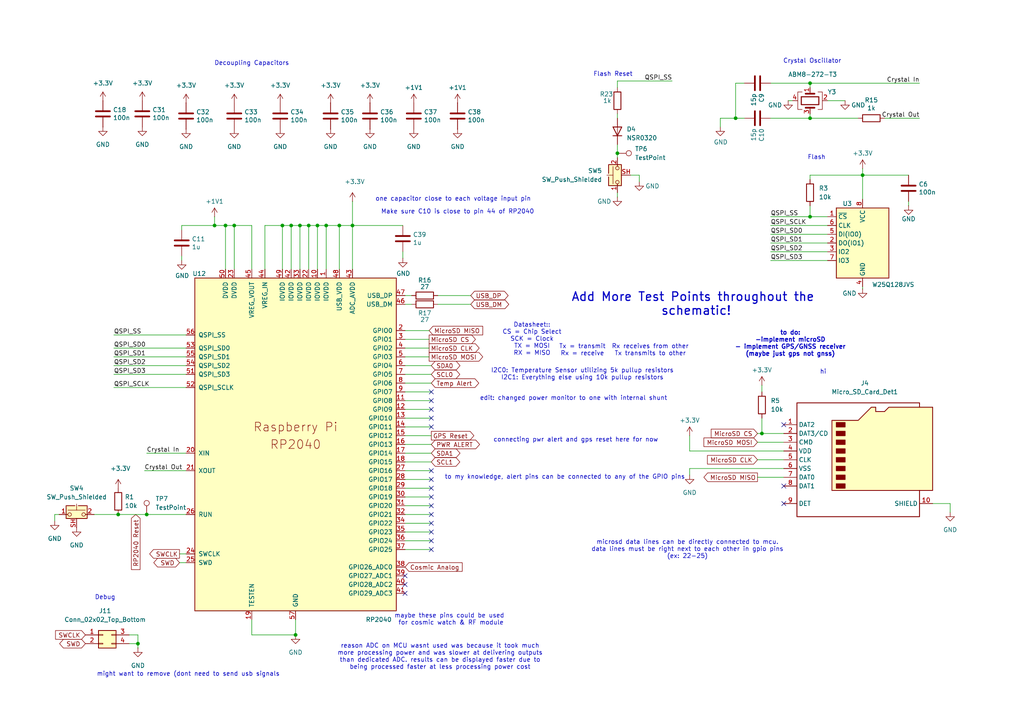
<source format=kicad_sch>
(kicad_sch (version 20250114) (generator "eeschema") (generator_version "9.0")
  (paper "A4")
  (lib_symbols
    (symbol "Connector:Micro_SD_Card_Det1"
      (property "Reference" "J" (at -16.51 17.78 0))
      (property "Value" "Micro_SD_Card_Det1" (at 16.51 17.78 0))
      (symbol "Micro_SD_Card_Det1_0_1"
        (polyline (pts (xy -8.89 -8.89) (xy -8.89 11.43) (xy -1.27 11.43) (xy 2.54 15.24) (xy 3.81 15.24) (xy 3.81 13.97) (xy 6.35 13.97) (xy 7.62 15.24) (xy 20.32 15.24) (xy 20.32 -8.89) (xy -8.89 -8.89)) (stroke (width 0.254)) (fill (type background)))
        (rectangle (start -7.62 10.795) (end -5.08 9.525) (stroke (width 0.254)) (fill (type outline)))
        (rectangle (start -7.62 8.255) (end -5.08 6.985) (stroke (width 0.254)) (fill (type outline)))
        (rectangle (start -7.62 5.715) (end -5.08 4.445) (stroke (width 0.254)) (fill (type outline)))
        (rectangle (start -7.62 3.175) (end -5.08 1.905) (stroke (width 0.254)) (fill (type outline)))
        (rectangle (start -7.62 0.635) (end -5.08 -0.635) (stroke (width 0.254)) (fill (type outline)))
        (rectangle (start -7.62 -1.905) (end -5.08 -3.175) (stroke (width 0.254)) (fill (type outline)))
        (rectangle (start -7.62 -4.445) (end -5.08 -5.715) (stroke (width 0.254)) (fill (type outline)))
        (rectangle (start -7.62 -6.985) (end -5.08 -8.255) (stroke (width 0.254)) (fill (type outline)))
        (polyline (pts (xy 16.51 15.24) (xy 16.51 16.51) (xy -19.05 16.51) (xy -19.05 -16.51) (xy 16.51 -16.51) (xy 16.51 -8.89)) (stroke (width 0.254)))
      )
      (symbol "Micro_SD_Card_Det1_1_1"
        (pin bidirectional line (at -22.86 10.16 0) (length 3.81) (name "DAT2") (number "1"))
        (pin bidirectional line (at -22.86 7.62 0) (length 3.81) (name "DAT3/CD") (number "2"))
        (pin input line (at -22.86 5.08 0) (length 3.81) (name "CMD") (number "3"))
        (pin power_in line (at -22.86 2.54 0) (length 3.81) (name "VDD") (number "4"))
        (pin input line (at -22.86 0 0) (length 3.81) (name "CLK") (number "5"))
        (pin power_in line (at -22.86 -2.54 0) (length 3.81) (name "VSS") (number "6"))
        (pin bidirectional line (at -22.86 -5.08 0) (length 3.81) (name "DAT0") (number "7"))
        (pin bidirectional line (at -22.86 -7.62 0) (length 3.81) (name "DAT1") (number "8"))
        (pin passive line (at -22.86 -12.7 0) (length 3.81) (name "DET") (number "9"))
        (pin passive line (at 20.32 -12.7 180) (length 3.81) (name "SHIELD") (number "10"))
      )
    )
    (symbol "Connector:TestPoint" (pin_numbers (hide yes)) (pin_names (offset 0.762) (hide yes))
      (property "Reference" "TP" (at 0 6.858 0))
      (property "Value" "TestPoint" (at 0 5.08 0))
      (symbol "TestPoint_0_1"
        (circle (center 0 3.302) (radius 0.762))
      )
      (symbol "TestPoint_1_1"
        (pin passive line (at 0 0 90) (length 2.54) (name "1") (number "1"))
      )
    )
    (symbol "Connector_Generic:Conn_02x02_Top_Bottom" (pin_names (offset 1.016) (hide yes))
      (property "Reference" "J" (at 1.27 2.54 0))
      (property "Value" "Conn_02x02_Top_Bottom" (at 1.27 -5.08 0))
      (symbol "Conn_02x02_Top_Bottom_1_1"
        (rectangle (start -1.27 1.27) (end 3.81 -3.81) (stroke (width 0.254)) (fill (type background)))
        (rectangle (start -1.27 0.127) (end 0 -0.127) (stroke (width 0.1524)))
        (rectangle (start -1.27 -2.413) (end 0 -2.667) (stroke (width 0.1524)))
        (rectangle (start 3.81 0.127) (end 2.54 -0.127) (stroke (width 0.1524)))
        (rectangle (start 3.81 -2.413) (end 2.54 -2.667) (stroke (width 0.1524)))
        (pin passive line (at -5.08 0 0) (length 3.81) (name "Pin_1") (number "1"))
        (pin passive line (at -5.08 -2.54 0) (length 3.81) (name "Pin_2") (number "2"))
        (pin passive line (at 7.62 0 180) (length 3.81) (name "Pin_3") (number "3"))
        (pin passive line (at 7.62 -2.54 180) (length 3.81) (name "Pin_4") (number "4"))
      )
    )
    (symbol "Device:C" (pin_numbers (hide yes)) (pin_names (offset 0.254))
      (property "Reference" "C" (at 0.635 2.54 0))
      (property "Value" "C" (at 0.635 -2.54 0))
      (symbol "C_0_1"
        (polyline (pts (xy -2.032 0.762) (xy 2.032 0.762)) (stroke (width 0.508)))
        (polyline (pts (xy -2.032 -0.762) (xy 2.032 -0.762)) (stroke (width 0.508)))
      )
      (symbol "C_1_1"
        (pin passive line (at 0 3.81 270) (length 2.794) (name "~") (number "1"))
        (pin passive line (at 0 -3.81 90) (length 2.794) (name "~") (number "2"))
      )
    )
    (symbol "Device:Crystal_GND24" (pin_names (offset 1.016) (hide yes))
      (property "Reference" "Y" (at 3.175 5.08 0))
      (property "Value" "Crystal_GND24" (at 3.175 3.175 0))
      (symbol "Crystal_GND24_0_1"
        (polyline (pts (xy -2.54 2.286) (xy -2.54 3.556) (xy 2.54 3.556) (xy 2.54 2.286)))
        (polyline (pts (xy -2.54 0) (xy -2.032 0)))
        (polyline (pts (xy -2.54 -2.286) (xy -2.54 -3.556) (xy 2.54 -3.556) (xy 2.54 -2.286)))
        (polyline (pts (xy -2.032 -1.27) (xy -2.032 1.27)) (stroke (width 0.508)))
        (rectangle (start -1.143 2.54) (end 1.143 -2.54) (stroke (width 0.3048)))
        (polyline (pts (xy 0 3.556) (xy 0 3.81)))
        (polyline (pts (xy 0 -3.81) (xy 0 -3.556)))
        (polyline (pts (xy 2.032 0) (xy 2.54 0)))
        (polyline (pts (xy 2.032 -1.27) (xy 2.032 1.27)) (stroke (width 0.508)))
      )
      (symbol "Crystal_GND24_1_1"
        (pin passive line (at -3.81 0 0) (length 1.27) (name "1") (number "1"))
        (pin passive line (at 0 5.08 270) (length 1.27) (name "2") (number "2"))
        (pin passive line (at 0 -5.08 90) (length 1.27) (name "4") (number "4"))
        (pin passive line (at 3.81 0 180) (length 1.27) (name "3") (number "3"))
      )
    )
    (symbol "Device:R" (pin_numbers (hide yes)) (pin_names (offset 0))
      (property "Reference" "R" (at 2.032 0 90))
      (property "Value" "R" (at 0 0 90))
      (symbol "R_0_1"
        (rectangle (start -1.016 -2.54) (end 1.016 2.54) (stroke (width 0.254)))
      )
      (symbol "R_1_1"
        (pin passive line (at 0 3.81 270) (length 1.27) (name "~") (number "1"))
        (pin passive line (at 0 -3.81 90) (length 1.27) (name "~") (number "2"))
      )
    )
    (symbol "Diode:1SS355VM" (pin_numbers (hide yes)) (pin_names (hide yes))
      (property "Reference" "D" (at 0 2.54 0))
      (property "Value" "1SS355VM" (at 0 -2.54 0))
      (symbol "1SS355VM_0_1"
        (polyline (pts (xy -1.27 1.27) (xy -1.27 -1.27)) (stroke (width 0.254)))
        (polyline (pts (xy 1.27 1.27) (xy 1.27 -1.27) (xy -1.27 0) (xy 1.27 1.27)) (stroke (width 0.254)))
        (polyline (pts (xy 1.27 0) (xy -1.27 0)))
      )
      (symbol "1SS355VM_1_1"
        (pin passive line (at -3.81 0 0) (length 2.54) (name "K") (number "1"))
        (pin passive line (at 3.81 0 180) (length 2.54) (name "A") (number "2"))
      )
    )
    (symbol "MCU_RaspberryPi_RP2040:RP2040" (pin_names (offset 1.016))
      (property "Reference" "U" (at -29.21 49.53 0))
      (property "Value" "RP2040" (at 24.13 -49.53 0))
      (symbol "RP2040_0_0"
        (text "Raspberry Pi" (at 0 5.08 0) (effects (font (size 2.54 2.54))))
        (text "RP2040" (at 0 0 0) (effects (font (size 2.54 2.54))))
      )
      (symbol "RP2040_0_1"
        (rectangle (start 29.21 48.26) (end -29.21 -48.26) (stroke (width 0.254)) (fill (type background)))
      )
      (symbol "RP2040_1_1"
        (pin bidirectional line (at -31.75 31.75 0) (length 2.54) (name "QSPI_SS") (number "56"))
        (pin bidirectional line (at -31.75 27.94 0) (length 2.54) (name "QSPI_SD0") (number "53"))
        (pin bidirectional line (at -31.75 25.4 0) (length 2.54) (name "QSPI_SD1") (number "55"))
        (pin bidirectional line (at -31.75 22.86 0) (length 2.54) (name "QSPI_SD2") (number "54"))
        (pin bidirectional line (at -31.75 20.32 0) (length 2.54) (name "QSPI_SD3") (number "51"))
        (pin output line (at -31.75 16.51 0) (length 2.54) (name "QSPI_SCLK") (number "52"))
        (pin input line (at -31.75 -2.54 0) (length 2.54) (name "XIN") (number "20"))
        (pin passive line (at -31.75 -7.62 0) (length 2.54) (name "XOUT") (number "21"))
        (pin input line (at -31.75 -20.32 0) (length 2.54) (name "RUN") (number "26"))
        (pin output line (at -31.75 -31.75 0) (length 2.54) (name "SWCLK") (number "24"))
        (pin bidirectional line (at -31.75 -34.29 0) (length 2.54) (name "SWD") (number "25"))
        (pin power_in line (at -20.32 50.8 270) (length 2.54) (name "DVDD") (number "50"))
        (pin power_in line (at -17.78 50.8 270) (length 2.54) (name "DVDD") (number "23"))
        (pin power_out line (at -12.7 50.8 270) (length 2.54) (name "VREG_VOUT") (number "45"))
        (pin passive line (at -12.7 -50.8 90) (length 2.54) (name "TESTEN") (number "19"))
        (pin power_in line (at -8.89 50.8 270) (length 2.54) (name "VREG_IN") (number "44"))
        (pin power_in line (at -3.81 50.8 270) (length 2.54) (name "IOVDD") (number "49"))
        (pin power_in line (at -1.27 50.8 270) (length 2.54) (name "IOVDD") (number "42"))
        (pin power_in line (at 0 -50.8 90) (length 2.54) (name "GND") (number "57"))
        (pin power_in line (at 1.27 50.8 270) (length 2.54) (name "IOVDD") (number "33"))
        (pin power_in line (at 3.81 50.8 270) (length 2.54) (name "IOVDD") (number "22"))
        (pin power_in line (at 6.35 50.8 270) (length 2.54) (name "IOVDD") (number "10"))
        (pin power_in line (at 8.89 50.8 270) (length 2.54) (name "IOVDD") (number "1"))
        (pin power_in line (at 12.7 50.8 270) (length 2.54) (name "USB_VDD") (number "48"))
        (pin power_in line (at 16.51 50.8 270) (length 2.54) (name "ADC_AVDD") (number "43"))
        (pin bidirectional line (at 31.75 43.18 180) (length 2.54) (name "USB_DP") (number "47"))
        (pin bidirectional line (at 31.75 40.64 180) (length 2.54) (name "USB_DM") (number "46"))
        (pin bidirectional line (at 31.75 33.02 180) (length 2.54) (name "GPIO0") (number "2"))
        (pin bidirectional line (at 31.75 30.48 180) (length 2.54) (name "GPIO1") (number "3"))
        (pin bidirectional line (at 31.75 27.94 180) (length 2.54) (name "GPIO2") (number "4"))
        (pin bidirectional line (at 31.75 25.4 180) (length 2.54) (name "GPIO3") (number "5"))
        (pin bidirectional line (at 31.75 22.86 180) (length 2.54) (name "GPIO4") (number "6"))
        (pin bidirectional line (at 31.75 20.32 180) (length 2.54) (name "GPIO5") (number "7"))
        (pin bidirectional line (at 31.75 17.78 180) (length 2.54) (name "GPIO6") (number "8"))
        (pin bidirectional line (at 31.75 15.24 180) (length 2.54) (name "GPIO7") (number "9"))
        (pin bidirectional line (at 31.75 12.7 180) (length 2.54) (name "GPIO8") (number "11"))
        (pin bidirectional line (at 31.75 10.16 180) (length 2.54) (name "GPIO9") (number "12"))
        (pin bidirectional line (at 31.75 7.62 180) (length 2.54) (name "GPIO10") (number "13"))
        (pin bidirectional line (at 31.75 5.08 180) (length 2.54) (name "GPIO11") (number "14"))
        (pin bidirectional line (at 31.75 2.54 180) (length 2.54) (name "GPIO12") (number "15"))
        (pin bidirectional line (at 31.75 0 180) (length 2.54) (name "GPIO13") (number "16"))
        (pin bidirectional line (at 31.75 -2.54 180) (length 2.54) (name "GPIO14") (number "17"))
        (pin bidirectional line (at 31.75 -5.08 180) (length 2.54) (name "GPIO15") (number "18"))
        (pin bidirectional line (at 31.75 -7.62 180) (length 2.54) (name "GPIO16") (number "27"))
        (pin bidirectional line (at 31.75 -10.16 180) (length 2.54) (name "GPIO17") (number "28"))
        (pin bidirectional line (at 31.75 -12.7 180) (length 2.54) (name "GPIO18") (number "29"))
        (pin bidirectional line (at 31.75 -15.24 180) (length 2.54) (name "GPIO19") (number "30"))
        (pin bidirectional line (at 31.75 -17.78 180) (length 2.54) (name "GPIO20") (number "31"))
        (pin bidirectional line (at 31.75 -20.32 180) (length 2.54) (name "GPIO21") (number "32"))
        (pin bidirectional line (at 31.75 -22.86 180) (length 2.54) (name "GPIO22") (number "34"))
        (pin bidirectional line (at 31.75 -25.4 180) (length 2.54) (name "GPIO23") (number "35"))
        (pin bidirectional line (at 31.75 -27.94 180) (length 2.54) (name "GPIO24") (number "36"))
        (pin bidirectional line (at 31.75 -30.48 180) (length 2.54) (name "GPIO25") (number "37"))
        (pin bidirectional line (at 31.75 -35.56 180) (length 2.54) (name "GPIO26_ADC0") (number "38"))
        (pin bidirectional line (at 31.75 -38.1 180) (length 2.54) (name "GPIO27_ADC1") (number "39"))
        (pin bidirectional line (at 31.75 -40.64 180) (length 2.54) (name "GPIO28_ADC2") (number "40"))
        (pin bidirectional line (at 31.75 -43.18 180) (length 2.54) (name "GPIO29_ADC3") (number "41"))
      )
    )
    (symbol "Memory_Flash:W25Q128JVS"
      (property "Reference" "U" (at -8.89 8.89 0))
      (property "Value" "W25Q128JVS" (at 7.62 8.89 0))
      (symbol "W25Q128JVS_0_1"
        (rectangle (start -7.62 10.16) (end 7.62 -10.16) (stroke (width 0.254)) (fill (type background)))
      )
      (symbol "W25Q128JVS_1_1"
        (pin input line (at -10.16 7.62 0) (length 2.54) (name "~{CS}") (number "1"))
        (pin input line (at -10.16 5.08 0) (length 2.54) (name "CLK") (number "6"))
        (pin bidirectional line (at -10.16 2.54 0) (length 2.54) (name "DI(IO0)") (number "5"))
        (pin bidirectional line (at -10.16 0 0) (length 2.54) (name "DO(IO1)") (number "2"))
        (pin bidirectional line (at -10.16 -2.54 0) (length 2.54) (name "IO2") (number "3"))
        (pin bidirectional line (at -10.16 -5.08 0) (length 2.54) (name "IO3") (number "7"))
        (pin power_in line (at 0 12.7 270) (length 2.54) (name "VCC") (number "8"))
        (pin power_in line (at 0 -12.7 90) (length 2.54) (name "GND") (number "4"))
      )
    )
    (symbol "Switch:SW_Push_Shielded" (pin_names (offset 1.016) (hide yes))
      (property "Reference" "SW" (at 4.318 2.032 0))
      (property "Value" "SW_Push_Shielded" (at 0 4.572 0))
      (symbol "SW_Push_Shielded_0_1"
        (circle (center -2.032 0) (radius 0.508))
        (polyline (pts (xy 0 1.27) (xy 0 3.048)))
        (polyline (pts (xy 0.508 2.54) (xy 3.048 2.54) (xy 3.048 -1.143) (xy -3.048 -1.143) (xy -3.048 2.54) (xy -0.508 2.54)) (stroke (width -0.0254)))
        (polyline (pts (xy 0.508 2.54) (xy 3.048 2.54) (xy 3.048 -1.143) (xy -3.048 -1.143) (xy -3.048 2.54) (xy -0.508 2.54)) (stroke (width 0.254)))
        (circle (center 2.032 0) (radius 0.508))
        (polyline (pts (xy 2.54 1.27) (xy -2.54 1.27)))
        (pin passive line (at -5.08 0 0) (length 2.54) (name "1") (number "1"))
        (pin passive line (at 5.08 0 180) (length 2.54) (name "2") (number "2"))
      )
      (symbol "SW_Push_Shielded_1_1"
        (rectangle (start -3.048 2.54) (end 3.048 -1.27) (stroke (width -0.0254)) (fill (type background)))
        (pin passive line (at 0 -3.81 90) (length 2.54) (name "B") (number "SH"))
      )
    )
    (symbol "power:+1V1" (power) (pin_numbers (hide yes)) (pin_names (offset 0) (hide yes))
      (property "Value" "+1V1" (at 0 3.556 0))
      (symbol "+1V1_0_1"
        (polyline (pts (xy -0.762 1.27) (xy 0 2.54)))
        (polyline (pts (xy 0 2.54) (xy 0.762 1.27)))
        (polyline (pts (xy 0 0) (xy 0 2.54)))
      )
      (symbol "+1V1_1_1"
        (pin power_in line (at 0 0 90) (length 0) (name "~") (number "1"))
      )
    )
    (symbol "power:+3.3V" (power) (pin_numbers (hide yes)) (pin_names (offset 0) (hide yes))
      (property "Value" "+3.3V" (at 0 3.556 0))
      (symbol "+3.3V_0_1"
        (polyline (pts (xy -0.762 1.27) (xy 0 2.54)))
        (polyline (pts (xy 0 2.54) (xy 0.762 1.27)))
        (polyline (pts (xy 0 0) (xy 0 2.54)))
      )
      (symbol "+3.3V_1_1"
        (pin power_in line (at 0 0 90) (length 0) (name "~") (number "1"))
      )
    )
    (symbol "power:GND" (power) (pin_numbers (hide yes)) (pin_names (offset 0) (hide yes))
      (property "Value" "GND" (at 0 -3.81 0))
      (symbol "GND_0_1"
        (polyline (pts (xy 0 0) (xy 0 -1.27) (xy 1.27 -1.27) (xy 0 -2.54) (xy -1.27 -1.27) (xy 0 -1.27)))
      )
      (symbol "GND_1_1"
        (pin power_in line (at 0 0 270) (length 0) (name "~") (number "1"))
      )
    )
  )
  (text "to do:\n-implement microSD\n- implement GPS/GNSS receiver\n(maybe just gps not gnss)" (at 229.235 99.695 0) (effects (font (size 1.27 1.27) (thickness 0.254) (bold yes))))
  (text "Make sure C10 is close to pin 44 of RP2040" (at 110.49 62.23 0) (effects (font (size 1.27 1.27)) (justify left bottom)))
  (text "Rx receives from other\nTx transmits to other" (at 188.595 101.6 0) (effects (font (size 1.27 1.27))))
  (text "maybe these pins could be used \nfor cosmic watch & RF module" (at 130.81 179.705 0) (effects (font (size 1.27 1.27))))
  (text "Tx = transmit\nRx = receive" (at 168.91 101.6 0) (effects (font (size 1.27 1.27))))
  (text "edit: changed power monitor to one with internal shunt" (at 166.37 115.57 0) (effects (font (size 1.27 1.27))))
  (text "to my knowledge, alert pins can be connected to any of the GPIO pins" (at 163.83 138.43 0) (effects (font (size 1.27 1.27))))
  (text "Flash" (at 236.855 45.72 0) (effects (font (size 1.27 1.27))))
  (text "one capacitor close to each voltage input pin" (at 131.445 57.785 0) (effects (font (size 1.27 1.27))))
  (text "Decoupling Capacitors" (at 73.025 18.415 0) (effects (font (size 1.27 1.27))))
  (text "Debug" (at 30.48 173.355 0) (effects (font (size 1.27 1.27))))
  (text "reason ADC on MCU wasnt used was because it took much\nmore processing power and was slower at delivering outputs\nthan dedicated ADC. results can be displayed faster due to\nbeing processed faster at less processing power cost" (at 127.635 190.5 0) (effects (font (size 1.27 1.27))))
  (text "Add More Test Points throughout the \nschematic!" (at 201.93 88.265 0) (effects (font (size 2.5 2.5) (thickness 0.338) (bold yes))))
  (text "I2C0: Temperature Sensor utilizing 5k pullup resistors\nI2C1: Everything else using 10k pullup resistors" (at 168.91 108.585 0) (effects (font (size 1.27 1.27))))
  (text "Crystal Oscillator" (at 235.585 17.78 0) (effects (font (size 1.27 1.27))))
  (text "connecting pwr alert and gps reset here for now" (at 167.005 127.635 0) (effects (font (size 1.27 1.27) (thickness 0.1588))))
  (text "microsd data lines can be directly connected to mcu.\ndata lines must be right next to each other in gpio pins\n(ex: 22-25)" (at 199.39 159.385 0) (effects (font (size 1.27 1.27))))
  (text "Datasheet::\nCS = Chip Select\nSCK = Clock\nTX = MOSI\nRX = MISO" (at 154.305 98.425 0) (effects (font (size 1.27 1.27))))
  (text "might want to remove (dont need to send usb signals" (at 54.61 195.58 0) (effects (font (size 1.27 1.27))))
  (text "Flash Reset" (at 177.8 21.59 0) (effects (font (size 1.27 1.27))))
  (text "hi\n" (at 238.76 107.95 0) (effects (font (size 1.27 1.27) (thickness 0.1588))))
  (junction (at 213.36 34.29))
  (junction (at 81.915 65.405))
  (junction (at 234.95 34.29))
  (junction (at 42.545 149.225))
  (junction (at 89.535 65.405))
  (junction (at 179.07 44.45))
  (junction (at 34.29 149.225))
  (junction (at 67.945 65.405))
  (junction (at 102.235 65.405))
  (junction (at 65.405 65.405))
  (junction (at 220.98 125.73))
  (junction (at 85.725 184.15))
  (junction (at 98.425 65.405))
  (junction (at 94.615 65.405))
  (junction (at 92.075 65.405))
  (junction (at 40.005 186.69))
  (junction (at 234.95 62.865))
  (junction (at 234.95 24.13))
  (junction (at 250.19 50.8))
  (junction (at 84.455 65.405))
  (junction (at 86.995 65.405))
  (junction (at 62.23 65.405))
  (no_connect (at 125.095 154.305))
  (no_connect (at 227.33 146.05))
  (no_connect (at 125.095 149.225))
  (no_connect (at 125.095 159.385))
  (no_connect (at 117.475 169.545))
  (no_connect (at 125.095 116.205))
  (no_connect (at 125.095 146.685))
  (no_connect (at 117.475 172.085))
  (no_connect (at 125.095 113.665))
  (no_connect (at 117.475 167.005))
  (no_connect (at 125.095 136.525))
  (no_connect (at 125.095 139.065))
  (no_connect (at 125.095 123.825))
  (no_connect (at 227.33 140.97))
  (no_connect (at 125.095 118.745))
  (no_connect (at 125.095 144.145))
  (no_connect (at 125.095 121.285))
  (no_connect (at 125.095 151.765))
  (no_connect (at 227.33 123.19))
  (no_connect (at 125.095 156.845))
  (no_connect (at 125.095 141.605))
  (wire (pts (xy 219.71 138.43) (xy 227.33 138.43)))
  (wire (pts (xy 219.71 133.35) (xy 227.33 133.35)))
  (wire (pts (xy 220.98 111.76) (xy 220.98 113.665)))
  (wire (pts (xy 33.02 100.965) (xy 53.975 100.965)))
  (wire (pts (xy 117.475 128.905) (xy 125.095 128.905)))
  (wire (pts (xy 117.475 146.685) (xy 125.095 146.685)))
  (wire (pts (xy 98.425 65.405) (xy 102.235 65.405)))
  (wire (pts (xy 117.475 154.305) (xy 125.095 154.305)))
  (wire (pts (xy 117.475 116.205) (xy 125.095 116.205)))
  (wire (pts (xy 37.465 184.15) (xy 40.005 184.15)))
  (wire (pts (xy 73.025 78.105) (xy 73.025 65.405)))
  (wire (pts (xy 219.71 125.73) (xy 220.98 125.73)))
  (wire (pts (xy 215.9 34.29) (xy 213.36 34.29)))
  (wire (pts (xy 119.38 85.725) (xy 117.475 85.725)))
  (wire (pts (xy 136.525 88.265) (xy 127 88.265)))
  (wire (pts (xy 234.95 52.07) (xy 234.95 50.8)))
  (wire (pts (xy 117.475 103.505) (xy 124.46 103.505)))
  (wire (pts (xy 234.95 59.69) (xy 234.95 62.865)))
  (wire (pts (xy 33.02 112.395) (xy 53.975 112.395)))
  (wire (pts (xy 94.615 65.405) (xy 94.615 78.105)))
  (wire (pts (xy 208.915 34.29) (xy 213.36 34.29)))
  (wire (pts (xy 40.005 184.15) (xy 40.005 186.69)))
  (wire (pts (xy 86.995 65.405) (xy 89.535 65.405)))
  (wire (pts (xy 102.235 65.405) (xy 116.84 65.405)))
  (wire (pts (xy 117.475 100.965) (xy 124.46 100.965)))
  (wire (pts (xy 81.915 65.405) (xy 84.455 65.405)))
  (wire (pts (xy 270.51 146.05) (xy 275.59 146.05)))
  (wire (pts (xy 240.03 75.565) (xy 223.52 75.565)))
  (wire (pts (xy 213.36 24.13) (xy 213.36 34.29)))
  (wire (pts (xy 92.075 65.405) (xy 94.615 65.405)))
  (wire (pts (xy 33.02 103.505) (xy 53.975 103.505)))
  (wire (pts (xy 215.9 24.13) (xy 213.36 24.13)))
  (wire (pts (xy 52.705 65.405) (xy 62.23 65.405)))
  (wire (pts (xy 275.59 146.05) (xy 275.59 148.59)))
  (wire (pts (xy 62.23 62.865) (xy 62.23 65.405)))
  (wire (pts (xy 33.02 97.155) (xy 53.975 97.155)))
  (wire (pts (xy 40.005 186.69) (xy 40.005 187.96)))
  (wire (pts (xy 52.07 163.195) (xy 53.975 163.195)))
  (wire (pts (xy 228.6 29.21) (xy 229.87 29.21)))
  (wire (pts (xy 200.025 126.365) (xy 200.025 130.81)))
  (wire (pts (xy 263.525 58.42) (xy 263.525 59.69)))
  (wire (pts (xy 117.475 151.765) (xy 125.095 151.765)))
  (wire (pts (xy 42.545 149.225) (xy 53.975 149.225)))
  (wire (pts (xy 117.475 98.425) (xy 124.46 98.425)))
  (wire (pts (xy 117.475 131.445) (xy 125.095 131.445)))
  (wire (pts (xy 89.535 65.405) (xy 92.075 65.405)))
  (wire (pts (xy 98.425 78.105) (xy 98.425 65.405)))
  (wire (pts (xy 223.52 34.29) (xy 234.95 34.29)))
  (wire (pts (xy 67.945 78.105) (xy 67.945 65.405)))
  (wire (pts (xy 117.475 106.045) (xy 125.095 106.045)))
  (wire (pts (xy 102.235 65.405) (xy 102.235 78.105)))
  (wire (pts (xy 117.475 123.825) (xy 125.095 123.825)))
  (wire (pts (xy 117.475 149.225) (xy 125.095 149.225)))
  (wire (pts (xy 136.525 85.725) (xy 127 85.725)))
  (wire (pts (xy 17.145 149.225) (xy 15.875 149.225)))
  (wire (pts (xy 76.835 65.405) (xy 81.915 65.405)))
  (wire (pts (xy 208.915 34.29) (xy 208.915 36.83)))
  (wire (pts (xy 234.95 34.29) (xy 248.92 34.29)))
  (wire (pts (xy 34.29 149.225) (xy 42.545 149.225)))
  (wire (pts (xy 76.835 78.105) (xy 76.835 65.405)))
  (wire (pts (xy 117.475 113.665) (xy 125.095 113.665)))
  (wire (pts (xy 117.475 159.385) (xy 125.095 159.385)))
  (wire (pts (xy 223.52 24.13) (xy 234.95 24.13)))
  (wire (pts (xy 117.475 144.145) (xy 125.095 144.145)))
  (wire (pts (xy 116.84 73.025) (xy 116.84 74.93)))
  (wire (pts (xy 117.475 133.985) (xy 125.095 133.985)))
  (wire (pts (xy 250.19 50.8) (xy 263.525 50.8)))
  (wire (pts (xy 85.725 179.705) (xy 85.725 184.15)))
  (wire (pts (xy 84.455 78.105) (xy 84.455 65.405)))
  (wire (pts (xy 179.07 25.4) (xy 179.07 23.495)))
  (wire (pts (xy 73.025 184.15) (xy 85.725 184.15)))
  (wire (pts (xy 27.305 149.225) (xy 34.29 149.225)))
  (wire (pts (xy 119.38 88.265) (xy 117.475 88.265)))
  (wire (pts (xy 182.88 50.8) (xy 185.42 50.8)))
  (wire (pts (xy 33.02 106.045) (xy 53.975 106.045)))
  (wire (pts (xy 52.705 66.675) (xy 52.705 65.405)))
  (wire (pts (xy 234.95 62.865) (xy 240.03 62.865)))
  (wire (pts (xy 179.07 44.45) (xy 179.07 41.91)))
  (wire (pts (xy 73.025 179.705) (xy 73.025 184.15)))
  (wire (pts (xy 234.95 24.13) (xy 266.7 24.13)))
  (wire (pts (xy 250.19 83.82) (xy 250.19 83.185)))
  (wire (pts (xy 185.42 50.8) (xy 185.42 52.705)))
  (wire (pts (xy 52.07 160.655) (xy 53.975 160.655)))
  (wire (pts (xy 92.075 78.105) (xy 92.075 65.405)))
  (wire (pts (xy 240.03 70.485) (xy 223.52 70.485)))
  (wire (pts (xy 117.475 111.125) (xy 125.095 111.125)))
  (wire (pts (xy 117.475 108.585) (xy 125.095 108.585)))
  (wire (pts (xy 102.235 58.42) (xy 102.235 65.405)))
  (wire (pts (xy 219.71 128.27) (xy 227.33 128.27)))
  (wire (pts (xy 179.07 45.72) (xy 179.07 44.45)))
  (wire (pts (xy 117.475 141.605) (xy 125.095 141.605)))
  (wire (pts (xy 179.07 23.495) (xy 194.945 23.495)))
  (wire (pts (xy 223.52 65.405) (xy 240.03 65.405)))
  (wire (pts (xy 42.545 131.445) (xy 53.975 131.445)))
  (wire (pts (xy 234.95 33.02) (xy 234.95 34.29)))
  (wire (pts (xy 94.615 65.405) (xy 98.425 65.405)))
  (wire (pts (xy 52.705 74.295) (xy 52.705 75.565)))
  (wire (pts (xy 240.03 29.21) (xy 245.11 29.21)))
  (wire (pts (xy 86.995 78.105) (xy 86.995 65.405)))
  (wire (pts (xy 117.475 139.065) (xy 125.095 139.065)))
  (wire (pts (xy 84.455 65.405) (xy 86.995 65.405)))
  (wire (pts (xy 250.19 50.8) (xy 250.19 57.785)))
  (wire (pts (xy 117.475 126.365) (xy 125.095 126.365)))
  (wire (pts (xy 89.535 78.105) (xy 89.535 65.405)))
  (wire (pts (xy 240.03 73.025) (xy 223.52 73.025)))
  (wire (pts (xy 227.33 135.89) (xy 200.025 135.89)))
  (wire (pts (xy 117.475 121.285) (xy 125.095 121.285)))
  (wire (pts (xy 240.03 67.945) (xy 223.52 67.945)))
  (wire (pts (xy 117.475 95.885) (xy 124.46 95.885)))
  (wire (pts (xy 81.915 78.105) (xy 81.915 65.405)))
  (wire (pts (xy 256.54 34.29) (xy 266.7 34.29)))
  (wire (pts (xy 220.98 125.73) (xy 220.98 121.285)))
  (wire (pts (xy 37.465 186.69) (xy 40.005 186.69)))
  (wire (pts (xy 179.07 34.29) (xy 179.07 33.02)))
  (wire (pts (xy 250.19 48.895) (xy 250.19 50.8)))
  (wire (pts (xy 227.33 125.73) (xy 220.98 125.73)))
  (wire (pts (xy 41.91 136.525) (xy 53.975 136.525)))
  (wire (pts (xy 117.475 156.845) (xy 125.095 156.845)))
  (wire (pts (xy 73.025 65.405) (xy 67.945 65.405)))
  (wire (pts (xy 65.405 65.405) (xy 65.405 78.105)))
  (wire (pts (xy 223.52 62.865) (xy 234.95 62.865)))
  (wire (pts (xy 200.025 130.81) (xy 227.33 130.81)))
  (wire (pts (xy 67.945 65.405) (xy 65.405 65.405)))
  (wire (pts (xy 117.475 118.745) (xy 125.095 118.745)))
  (wire (pts (xy 234.95 25.4) (xy 234.95 24.13)))
  (wire (pts (xy 62.23 65.405) (xy 65.405 65.405)))
  (wire (pts (xy 33.02 108.585) (xy 53.975 108.585)))
  (wire (pts (xy 200.025 135.89) (xy 200.025 137.795)))
  (wire (pts (xy 15.875 149.225) (xy 15.875 151.13)))
  (wire (pts (xy 234.95 50.8) (xy 250.19 50.8)))
  (wire (pts (xy 117.475 136.525) (xy 125.095 136.525)))
  (wire (pts (xy 179.07 55.88) (xy 179.07 57.15)))
  (label "QSPI_SD1" (at 33.02 103.505 0))
  (label "QSPI_SD2" (at 223.52 73.025 0))
  (label "QSPI_SD3" (at 223.52 75.565 0))
  (label "Crystal Out" (at 41.91 136.525 0))
  (label "Crystal Out" (at 266.7 34.29 180))
  (label "QSPI_SD3" (at 33.02 108.585 0))
  (label "QSPI_SD1" (at 223.52 70.485 0))
  (label "QSPI_SCLK" (at 223.52 65.405 0))
  (label "QSPI_SS" (at 223.52 62.865 0))
  (label "QSPI_SD2" (at 33.02 106.045 0))
  (label "QSPI_SD0" (at 33.02 100.965 0))
  (label "QSPI_SS" (at 194.945 23.495 180))
  (label "Crystal In" (at 266.7 24.13 180))
  (label "QSPI_SCLK" (at 33.02 112.395 0))
  (label "QSPI_SS" (at 33.02 97.155 0))
  (label "Crystal In" (at 42.545 131.445 0))
  (label "QSPI_SD0" (at 223.52 67.945 0))
  (global_label "Temp Alert" (shape bidirectional) (at 125.095 111.125 0) (effects (font (thickness 0.1588))) (property "Intersheetrefs" "${INTERSHEET_REFS}" (effects (hide yes))))
  (global_label "MicroSD MOSI" (shape input) (at 219.71 128.27 180) (property "Intersheetrefs" "${INTERSHEET_REFS}" (effects (hide yes))))
  (global_label "RP2040 Reset" (shape input) (at 39.37 149.225 270) (property "Intersheetrefs" "${INTERSHEET_REFS}" (effects (hide yes))))
  (global_label "SDA1" (shape bidirectional) (at 125.095 131.445 0) (property "Intersheetrefs" "${INTERSHEET_REFS}" (effects (hide yes))))
  (global_label "SCL1" (shape bidirectional) (at 125.095 133.985 0) (property "Intersheetrefs" "${INTERSHEET_REFS}" (effects (hide yes))))
  (global_label "USB_DM" (shape bidirectional) (at 136.525 88.265 0) (effects (font (thickness 0.1588))) (property "Intersheetrefs" "${INTERSHEET_REFS}" (effects (hide yes))))
  (global_label "SWCLK" (shape input) (at 24.765 184.15 180) (property "Intersheetrefs" "${INTERSHEET_REFS}" (effects (hide yes))))
  (global_label "MicroSD CS" (shape output) (at 124.46 98.425 0) (property "Intersheetrefs" "${INTERSHEET_REFS}" (effects (hide yes))))
  (global_label "MicroSD MOSI" (shape output) (at 124.46 103.505 0) (property "Intersheetrefs" "${INTERSHEET_REFS}" (effects (hide yes))))
  (global_label "SWD" (shape bidirectional) (at 52.07 163.195 180) (property "Intersheetrefs" "${INTERSHEET_REFS}" (effects (hide yes))))
  (global_label "GPS Reset" (shape output) (at 125.095 126.365 0) (property "Intersheetrefs" "${INTERSHEET_REFS}" (effects (hide yes))))
  (global_label "MicroSD CLK" (shape output) (at 124.46 100.965 0) (property "Intersheetrefs" "${INTERSHEET_REFS}" (effects (hide yes))))
  (global_label "Cosmic Analog" (shape input) (at 117.475 164.465 0) (property "Intersheetrefs" "${INTERSHEET_REFS}" (effects (hide yes))))
  (global_label "MicroSD CS" (shape input) (at 219.71 125.73 180) (property "Intersheetrefs" "${INTERSHEET_REFS}" (effects (hide yes))))
  (global_label "PWR ALERT" (shape bidirectional) (at 125.095 128.905 0) (effects (font (thickness 0.1588))) (property "Intersheetrefs" "${INTERSHEET_REFS}" (effects (hide yes))))
  (global_label "MicroSD CLK" (shape input) (at 219.71 133.35 180) (property "Intersheetrefs" "${INTERSHEET_REFS}" (effects (hide yes))))
  (global_label "SCL0" (shape bidirectional) (at 125.095 108.585 0) (property "Intersheetrefs" "${INTERSHEET_REFS}" (effects (hide yes))))
  (global_label "SDA0" (shape bidirectional) (at 125.095 106.045 0) (property "Intersheetrefs" "${INTERSHEET_REFS}" (effects (hide yes))))
  (global_label "SWD" (shape bidirectional) (at 24.765 186.69 180) (property "Intersheetrefs" "${INTERSHEET_REFS}" (effects (hide yes))))
  (global_label "MicroSD MISO" (shape input) (at 124.46 95.885 0) (property "Intersheetrefs" "${INTERSHEET_REFS}" (effects (hide yes))))
  (global_label "SWCLK" (shape output) (at 52.07 160.655 180) (property "Intersheetrefs" "${INTERSHEET_REFS}" (effects (hide yes))))
  (global_label "MicroSD MISO" (shape output) (at 219.71 138.43 180) (property "Intersheetrefs" "${INTERSHEET_REFS}" (effects (hide yes))))
  (global_label "USB_DP" (shape bidirectional) (at 136.525 85.725 0) (effects (font (thickness 0.1588))) (property "Intersheetrefs" "${INTERSHEET_REFS}" (effects (hide yes))))
  (symbol (lib_id "Device:C") (at 29.845 33.02 0) (unit 1)
    (property "Reference" "C18" (at 32.766 31.8516 0) (effects (justify left)))
    (property "Value" "100n" (at 32.766 34.163 0) (effects (justify left)))
    (property "Footprint" "Capacitor_SMD:C_0402_1005Metric" (effects (hide yes)))
  )
  (symbol (lib_id "power:GND") (at 41.275 36.83 0) (unit 1)
    (property "Reference" "#PWR065" (effects (hide yes)))
    (property "Value" "GND" (at 41.275 41.91 0))
    (property "Description" "Power symbol creates a global label with name \"GND\" , ground" (effects (hide yes)))
  )
  (symbol (lib_id "Connector_Generic:Conn_02x02_Top_Bottom") (at 29.845 184.15 0) (unit 1)
    (property "Reference" "J11" (at 30.48 177.165 0))
    (property "Value" "Conn_02x02_Top_Bottom" (at 30.48 179.705 0))
    (property "Footprint" "1my_footprints:CON4_2X2_UF_DF11_HIR" (effects (hide yes)))
    (property "Description" "Generic connector, double row, 02x02, top/bottom pin numbering scheme (row 1: 1...pins_per_row, row2: pins_per_row+1 ... num_pins), script generated (kicad-library-utils/schlib/autogen/connector/)" (effects (hide yes)))
  )
  (symbol (lib_id "power:GND") (at 245.11 29.21 0) (unit 1)
    (property "Reference" "#PWR062" (effects (hide yes)))
    (property "Value" "GND" (at 248.92 30.48 0))
  )
  (symbol (lib_id "power:GND") (at 107.315 37.465 0) (unit 1)
    (property "Reference" "#PWR075" (effects (hide yes)))
    (property "Value" "GND" (at 107.315 42.545 0))
    (property "Description" "Power symbol creates a global label with name \"GND\" , ground" (effects (hide yes)))
  )
  (symbol (lib_id "Device:C") (at 132.715 33.655 0) (unit 1)
    (property "Reference" "C38" (at 135.636 32.4866 0) (effects (justify left)))
    (property "Value" "100n" (at 135.636 34.798 0) (effects (justify left)))
    (property "Footprint" "Capacitor_SMD:C_0402_1005Metric" (effects (hide yes)))
  )
  (symbol (lib_id "Device:C") (at 41.275 33.02 0) (unit 1)
    (property "Reference" "C31" (at 44.196 31.8516 0) (effects (justify left)))
    (property "Value" "100n" (at 44.196 34.163 0) (effects (justify left)))
    (property "Footprint" "Capacitor_SMD:C_0402_1005Metric" (effects (hide yes)))
  )
  (symbol (lib_id "power:GND") (at 208.915 36.83 0) (unit 1)
    (property "Reference" "#PWR020" (effects (hide yes)))
    (property "Value" "GND" (at 209.042 41.2242 0))
  )
  (symbol (lib_id "Device:R") (at 123.19 85.725 270) (unit 1)
    (property "Reference" "R16" (at 123.19 81.28 90))
    (property "Value" "27" (at 123.19 83.185 90))
    (property "Footprint" "Resistor_SMD:R_0402_1005Metric" (effects (hide yes)))
    (property "Description" "Resistor" (effects (hide yes)))
  )
  (symbol (lib_id "Device:C") (at 263.525 54.61 0) (unit 1)
    (property "Reference" "C6" (at 266.446 53.4416 0) (effects (justify left)))
    (property "Value" "100n" (at 266.446 55.753 0) (effects (justify left)))
    (property "Footprint" "Capacitor_SMD:C_0402_1005Metric" (effects (hide yes)))
  )
  (symbol (lib_id "Connector:TestPoint") (at 179.07 44.45 270) (unit 1)
    (property "Reference" "TP6" (at 184.15 43.1799 90) (effects (justify left)))
    (property "Value" "TestPoint" (at 184.15 45.7199 90) (effects (justify left)))
    (property "Footprint" "1my_footprints:TestPoint_Loop_D1.80mm_Drill1.0mm_Beaded" (effects (hide yes)))
    (property "Description" "test point" (effects (hide yes)))
  )
  (symbol (lib_id "power:+3.3V") (at 102.235 58.42 0) (unit 1)
    (property "Reference" "#PWR084" (effects (hide yes)))
    (property "Value" "+3.3V" (at 102.87 52.705 0))
    (property "Description" "Power symbol creates a global label with name \"+3.3V\"" (effects (hide yes)))
  )
  (symbol (lib_id "Device:C") (at 52.705 70.485 0) (unit 1)
    (property "Reference" "C11" (at 55.626 69.3166 0) (effects (justify left)))
    (property "Value" "1u" (at 55.626 71.628 0) (effects (justify left)))
    (property "Footprint" "Capacitor_SMD:C_0402_1005Metric" (effects (hide yes)))
  )
  (symbol (lib_id "power:+3.3V") (at 81.28 29.845 0) (unit 1)
    (property "Reference" "#PWR070" (effects (hide yes)))
    (property "Value" "+3.3V" (at 81.28 24.765 0))
    (property "Description" "Power symbol creates a global label with name \"+3.3V\"" (effects (hide yes)))
  )
  (symbol (lib_id "power:GND") (at 15.875 151.13 0) (unit 1)
    (property "Reference" "#PWR0110" (effects (hide yes)))
    (property "Value" "GND" (at 15.875 156.21 0))
    (property "Description" "Power symbol creates a global label with name \"GND\" , ground" (effects (hide yes)))
  )
  (symbol (lib_id "Device:R") (at 123.19 88.265 270) (unit 1)
    (property "Reference" "R17" (at 123.19 90.805 90))
    (property "Value" "27" (at 123.19 92.71 90))
    (property "Footprint" "Resistor_SMD:R_0402_1005Metric" (effects (hide yes)))
    (property "Description" "Resistor" (effects (hide yes)))
  )
  (symbol (lib_id "Memory_Flash:W25Q128JVS") (at 250.19 70.485 0) (unit 1)
    (property "Reference" "U3" (at 245.745 59.055 0))
    (property "Value" "W25Q128JVS" (at 259.08 82.55 0))
    (property "Footprint" "1my_footprints:SOIC_208MIL_WIN" (effects (hide yes)))
    (property "Datasheet" "http://www.winbond.com/resource-files/w25q128jv_dtr%20revc%2003272018%20plus.pdf" (effects (hide yes)))
  )
  (symbol (lib_id "Device:C") (at 219.71 34.29 270) (unit 1)
    (property "Reference" "C10" (at 220.8784 37.211 0) (effects (justify left)))
    (property "Value" "15p" (at 218.567 37.211 0) (effects (justify left)))
    (property "Footprint" "Capacitor_SMD:C_0402_1005Metric" (effects (hide yes)))
  )
  (symbol (lib_id "power:GND") (at 179.07 57.15 0) (unit 1)
    (property "Reference" "#PWR012" (effects (hide yes)))
    (property "Value" "GND" (at 175.26 58.42 0))
  )
  (symbol (lib_id "Switch:SW_Push_Shielded") (at 179.07 50.8 90) (unit 1)
    (property "Reference" "SW5" (at 174.625 49.5299 90) (effects (justify left)))
    (property "Value" "SW_Push_Shielded" (at 174.625 52.0699 90) (effects (justify left)))
    (property "Footprint" "Button_Switch_SMD:SW_Push_1P1T-SH_NO_CK_KMR2xxG" (effects (hide yes)))
    (property "Description" "Generic push-button switch, two contact pins and shield pin(s)" (effects (hide yes)))
  )
  (symbol (lib_id "power:GND") (at 116.84 74.93 0) (unit 1)
    (property "Reference" "#PWR085" (effects (hide yes)))
    (property "Value" "GND" (at 116.967 79.3242 0))
  )
  (symbol (lib_id "power:+1V1") (at 120.015 29.845 0) (unit 1)
    (property "Reference" "#PWR076" (effects (hide yes)))
    (property "Value" "+1V1" (at 120.015 25.4 0))
    (property "Description" "Power symbol creates a global label with name \"+1V1\"" (effects (hide yes)))
  )
  (symbol (lib_id "power:GND") (at 40.005 187.96 0) (unit 1)
    (property "Reference" "#PWR0124" (effects (hide yes)))
    (property "Value" "GND" (at 40.005 193.04 0))
    (property "Description" "Power symbol creates a global label with name \"GND\" , ground" (effects (hide yes)))
  )
  (symbol (lib_id "power:+3.3V") (at 29.845 29.21 0) (unit 1)
    (property "Reference" "#PWR024" (effects (hide yes)))
    (property "Value" "+3.3V" (at 29.845 24.13 0))
    (property "Description" "Power symbol creates a global label with name \"+3.3V\"" (effects (hide yes)))
  )
  (symbol (lib_id "Device:Crystal_GND24") (at 234.95 29.21 270) (unit 1)
    (property "Reference" "Y3" (at 240.03 26.67 90) (effects (justify left)))
    (property "Value" "ABM8-272-T3" (at 228.6 21.59 90) (effects (justify left)))
    (property "Footprint" "Crystal:Crystal_SMD_3225-4Pin_3.2x2.5mm" (effects (hide yes)))
  )
  (symbol (lib_id "Device:C") (at 67.945 33.655 0) (unit 1)
    (property "Reference" "C33" (at 70.866 32.4866 0) (effects (justify left)))
    (property "Value" "100n" (at 70.866 34.798 0) (effects (justify left)))
    (property "Footprint" "Capacitor_SMD:C_0402_1005Metric" (effects (hide yes)))
  )
  (symbol (lib_id "power:GND") (at 22.225 153.035 0) (unit 1)
    (property "Reference" "#PWR0119" (effects (hide yes)))
    (property "Value" "GND" (at 22.225 158.115 0))
    (property "Description" "Power symbol creates a global label with name \"GND\" , ground" (effects (hide yes)))
  )
  (symbol (lib_id "power:+3.3V") (at 95.885 29.845 0) (unit 1)
    (property "Reference" "#PWR072" (effects (hide yes)))
    (property "Value" "+3.3V" (at 95.885 24.765 0))
    (property "Description" "Power symbol creates a global label with name \"+3.3V\"" (effects (hide yes)))
  )
  (symbol (lib_id "power:+3.3V") (at 200.025 126.365 0) (unit 1)
    (property "Reference" "#PWR0133" (effects (hide yes)))
    (property "Value" "+3.3V" (at 200.025 121.92 0))
    (property "Description" "Power symbol creates a global label with name \"+3.3V\"" (effects (hide yes)))
  )
  (symbol (lib_id "Device:C") (at 95.885 33.655 0) (unit 1)
    (property "Reference" "C35" (at 98.806 32.4866 0) (effects (justify left)))
    (property "Value" "100n" (at 98.806 34.798 0) (effects (justify left)))
    (property "Footprint" "Capacitor_SMD:C_0402_1005Metric" (effects (hide yes)))
  )
  (symbol (lib_id "Switch:SW_Push_Shielded") (at 22.225 149.225 0) (unit 1)
    (property "Reference" "SW4" (at 22.225 141.605 0))
    (property "Value" "SW_Push_Shielded" (at 22.225 144.145 0))
    (property "Footprint" "Button_Switch_SMD:SW_Push_1P1T-SH_NO_CK_KMR2xxG" (effects (hide yes)))
    (property "Description" "Generic push-button switch, two contact pins and shield pin(s)" (effects (hide yes)))
  )
  (symbol (lib_id "power:+3.3V") (at 220.98 111.76 0) (unit 1)
    (property "Reference" "#PWR0134" (effects (hide yes)))
    (property "Value" "+3.3V" (at 220.98 107.315 0))
    (property "Description" "Power symbol creates a global label with name \"+3.3V\"" (effects (hide yes)))
  )
  (symbol (lib_id "Device:C") (at 53.975 33.655 0) (unit 1)
    (property "Reference" "C32" (at 56.896 32.4866 0) (effects (justify left)))
    (property "Value" "100n" (at 56.896 34.798 0) (effects (justify left)))
    (property "Footprint" "Capacitor_SMD:C_0402_1005Metric" (effects (hide yes)))
  )
  (symbol (lib_id "power:+3.3V") (at 53.975 29.845 0) (unit 1)
    (property "Reference" "#PWR066" (effects (hide yes)))
    (property "Value" "+3.3V" (at 53.975 24.765 0))
    (property "Description" "Power symbol creates a global label with name \"+3.3V\"" (effects (hide yes)))
  )
  (symbol (lib_id "Device:R") (at 34.29 145.415 0) (unit 1)
    (property "Reference" "R1" (at 36.195 144.1449 0) (effects (justify left)))
    (property "Value" "10k" (at 36.195 146.6849 0) (effects (justify left)))
    (property "Footprint" "Resistor_SMD:R_0402_1005Metric" (effects (hide yes)))
    (property "Description" "Resistor" (effects (hide yes)))
  )
  (symbol (lib_id "Connector:Micro_SD_Card_Det1") (at 250.19 133.35 0) (unit 1)
    (property "Reference" "J4" (at 250.825 111.125 0))
    (property "Value" "Micro_SD_Card_Det1" (at 250.825 113.665 0))
    (property "Footprint" "1my_footprints:microSD-503398-1892-1" (effects (hide yes)))
    (property "Datasheet" "https://datasheet.lcsc.com/lcsc/2110151630_XKB-Connectivity-XKTF-015-N_C381082.pdf" (effects (hide yes)))
    (property "Description" "Micro SD Card Socket with one card detection pin" (effects (hide yes)))
  )
  (symbol (lib_id "Device:C") (at 107.315 33.655 0) (unit 1)
    (property "Reference" "C36" (at 110.236 32.4866 0) (effects (justify left)))
    (property "Value" "100n" (at 110.236 34.798 0) (effects (justify left)))
    (property "Footprint" "Capacitor_SMD:C_0402_1005Metric" (effects (hide yes)))
  )
  (symbol (lib_id "power:+3.3V") (at 107.315 29.845 0) (unit 1)
    (property "Reference" "#PWR074" (effects (hide yes)))
    (property "Value" "+3.3V" (at 107.315 24.765 0))
    (property "Description" "Power symbol creates a global label with name \"+3.3V\"" (effects (hide yes)))
  )
  (symbol (lib_id "Device:R") (at 179.07 29.21 0) (unit 1)
    (property "Reference" "R23" (at 175.895 27.305 0))
    (property "Value" "1k" (at 176.1236 29.21 0))
    (property "Footprint" "Resistor_SMD:R_0402_1005Metric" (effects (hide yes)))
  )
  (symbol (lib_id "power:GND") (at 185.42 52.705 0) (unit 1)
    (property "Reference" "#PWR016" (effects (hide yes)))
    (property "Value" "GND" (at 189.23 53.975 0))
  )
  (symbol (lib_id "power:GND") (at 85.725 184.15 0) (unit 1)
    (property "Reference" "#PWR083" (effects (hide yes)))
    (property "Value" "GND" (at 85.725 189.23 0))
    (property "Description" "Power symbol creates a global label with name \"GND\" , ground" (effects (hide yes)))
  )
  (symbol (lib_id "power:GND") (at 228.6 29.21 0) (unit 1)
    (property "Reference" "#PWR029" (effects (hide yes)))
    (property "Value" "GND" (at 224.79 30.48 0))
  )
  (symbol (lib_id "power:+3.3V") (at 34.29 141.605 0) (unit 1)
    (property "Reference" "#PWR0113" (effects (hide yes)))
    (property "Value" "+3.3V" (at 34.925 135.89 0))
    (property "Description" "Power symbol creates a global label with name \"+3.3V\"" (effects (hide yes)))
  )
  (symbol (lib_id "Device:R") (at 220.98 117.475 0) (unit 1)
    (property "Reference" "R5" (at 223.52 116.2049 0) (effects (justify left)))
    (property "Value" "10k" (at 223.52 118.7449 0) (effects (justify left)))
    (property "Footprint" "Resistor_SMD:R_0402_1005Metric" (effects (hide yes)))
    (property "Description" "Resistor" (effects (hide yes)))
  )
  (symbol (lib_id "Device:C") (at 116.84 69.215 0) (unit 1)
    (property "Reference" "C39" (at 119.761 68.0466 0) (effects (justify left)))
    (property "Value" "1u" (at 119.761 70.358 0) (effects (justify left)))
    (property "Footprint" "Capacitor_SMD:C_0402_1005Metric" (effects (hide yes)))
  )
  (symbol (lib_id "power:GND") (at 67.945 37.465 0) (unit 1)
    (property "Reference" "#PWR069" (effects (hide yes)))
    (property "Value" "GND" (at 67.945 42.545 0))
    (property "Description" "Power symbol creates a global label with name \"GND\" , ground" (effects (hide yes)))
  )
  (symbol (lib_id "power:+1V1") (at 62.23 62.865 0) (unit 1)
    (property "Reference" "#PWR082" (effects (hide yes)))
    (property "Value" "+1V1" (at 62.23 58.42 0))
    (property "Description" "Power symbol creates a global label with name \"+1V1\"" (effects (hide yes)))
  )
  (symbol (lib_id "power:GND") (at 250.19 83.82 0) (unit 1)
    (property "Reference" "#PWR010" (effects (hide yes)))
    (property "Value" "GND" (at 246.38 85.09 0))
  )
  (symbol (lib_id "Connector:TestPoint") (at 42.545 149.225 0) (unit 1)
    (property "Reference" "TP7" (at 45.085 144.6529 0) (effects (justify left)))
    (property "Value" "TestPoint" (at 45.085 147.1929 0) (effects (justify left)))
    (property "Footprint" "1my_footprints:TestPoint_Loop_D1.80mm_Drill1.0mm_Beaded" (effects (hide yes)))
    (property "Description" "test point" (effects (hide yes)))
  )
  (symbol (lib_id "MCU_RaspberryPi_RP2040:RP2040") (at 85.725 128.905 0) (unit 1)
    (property "Reference" "U12" (at 57.785 79.375 0))
    (property "Value" "RP2040" (at 109.855 179.705 0))
    (property "Footprint" "Package_DFN_QFN:QFN-56-1EP_7x7mm_P0.4mm_EP3.2x3.2mm" (effects (hide yes)))
    (property "Datasheet" "https://datasheets.raspberrypi.com/rp2040/rp2040-datasheet.pdf" (effects (hide yes)))
  )
  (symbol (lib_id "power:GND") (at 53.975 37.465 0) (unit 1)
    (property "Reference" "#PWR067" (effects (hide yes)))
    (property "Value" "GND" (at 53.975 42.545 0))
    (property "Description" "Power symbol creates a global label with name \"GND\" , ground" (effects (hide yes)))
  )
  (symbol (lib_id "power:+3.3V") (at 67.945 29.845 0) (unit 1)
    (property "Reference" "#PWR068" (effects (hide yes)))
    (property "Value" "+3.3V" (at 67.945 24.765 0))
    (property "Description" "Power symbol creates a global label with name \"+3.3V\"" (effects (hide yes)))
  )
  (symbol (lib_id "power:+3.3V") (at 250.19 48.895 0) (unit 1)
    (property "Reference" "#PWR0130" (effects (hide yes)))
    (property "Value" "+3.3V" (at 250.19 44.45 0))
    (property "Description" "Power symbol creates a global label with name \"+3.3V\"" (effects (hide yes)))
  )
  (symbol (lib_id "power:GND") (at 120.015 37.465 0) (unit 1)
    (property "Reference" "#PWR077" (effects (hide yes)))
    (property "Value" "GND" (at 120.015 42.545 0))
    (property "Description" "Power symbol creates a global label with name \"GND\" , ground" (effects (hide yes)))
  )
  (symbol (lib_id "power:GND") (at 132.715 37.465 0) (unit 1)
    (property "Reference" "#PWR079" (effects (hide yes)))
    (property "Value" "GND" (at 132.715 42.545 0))
    (property "Description" "Power symbol creates a global label with name \"GND\" , ground" (effects (hide yes)))
  )
  (symbol (lib_id "power:GND") (at 200.025 137.795 0) (unit 1)
    (property "Reference" "#PWR0120" (effects (hide yes)))
    (property "Value" "GND" (at 200.025 142.875 0))
    (property "Description" "Power symbol creates a global label with name \"GND\" , ground" (effects (hide yes)))
  )
  (symbol (lib_id "Diode:1SS355VM") (at 179.07 38.1 90) (unit 1)
    (property "Reference" "D4" (at 181.737 37.465 90) (effects (justify right)))
    (property "Value" "NSR0320" (at 181.737 40.005 90) (effects (justify right)))
    (property "Footprint" "Diode_SMD:D_SOD-323F" (effects (hide yes)))
    (property "Datasheet" "https://fscdn.rohm.com/en/products/databook/datasheet/discrete/diode/switching/1ss355vmte-17-e.pdf" (effects (hide yes)))
    (property "Sim.Device" "D" (effects (hide yes)))
    (property "Sim.Pins" "1=K 2=A" (effects (hide yes)))
  )
  (symbol (lib_id "Device:R") (at 252.73 34.29 270) (unit 1)
    (property "Reference" "R15" (at 252.73 29.0322 90))
    (property "Value" "1k" (at 252.73 31.3436 90))
    (property "Footprint" "Resistor_SMD:R_0402_1005Metric" (effects (hide yes)))
  )
  (symbol (lib_id "power:GND") (at 81.28 37.465 0) (unit 1)
    (property "Reference" "#PWR071" (effects (hide yes)))
    (property "Value" "GND" (at 81.28 42.545 0))
    (property "Description" "Power symbol creates a global label with name \"GND\" , ground" (effects (hide yes)))
  )
  (symbol (lib_id "power:GND") (at 29.845 36.83 0) (unit 1)
    (property "Reference" "#PWR063" (effects (hide yes)))
    (property "Value" "GND" (at 29.845 41.91 0))
    (property "Description" "Power symbol creates a global label with name \"GND\" , ground" (effects (hide yes)))
  )
  (symbol (lib_id "Device:C") (at 81.28 33.655 0) (unit 1)
    (property "Reference" "C34" (at 84.201 32.4866 0) (effects (justify left)))
    (property "Value" "100n" (at 84.201 34.798 0) (effects (justify left)))
    (property "Footprint" "Capacitor_SMD:C_0402_1005Metric" (effects (hide yes)))
  )
  (symbol (lib_id "power:GND") (at 263.525 59.69 0) (unit 1)
    (property "Reference" "#PWR011" (effects (hide yes)))
    (property "Value" "GND" (at 263.525 63.5 0))
  )
  (symbol (lib_id "power:GND") (at 52.705 75.565 0) (unit 1)
    (property "Reference" "#PWR081" (effects (hide yes)))
    (property "Value" "GND" (at 52.832 79.9592 0))
  )
  (symbol (lib_id "power:+3.3V") (at 41.275 29.21 0) (unit 1)
    (property "Reference" "#PWR064" (effects (hide yes)))
    (property "Value" "+3.3V" (at 41.275 24.13 0))
    (property "Description" "Power symbol creates a global label with name \"+3.3V\"" (effects (hide yes)))
  )
  (symbol (lib_id "Device:R") (at 234.95 55.88 0) (unit 1)
    (property "Reference" "R3" (at 237.49 54.6099 0) (effects (justify left)))
    (property "Value" "10k" (at 237.49 57.1499 0) (effects (justify left)))
    (property "Footprint" "Resistor_SMD:R_0402_1005Metric" (effects (hide yes)))
    (property "Description" "Resistor" (effects (hide yes)))
  )
  (symbol (lib_id "Device:C") (at 120.015 33.655 0) (unit 1)
    (property "Reference" "C37" (at 122.936 32.4866 0) (effects (justify left)))
    (property "Value" "100n" (at 122.936 34.798 0) (effects (justify left)))
    (property "Footprint" "Capacitor_SMD:C_0402_1005Metric" (effects (hide yes)))
  )
  (symbol (lib_id "power:GND") (at 95.885 37.465 0) (unit 1)
    (property "Reference" "#PWR073" (effects (hide yes)))
    (property "Value" "GND" (at 95.885 42.545 0))
    (property "Description" "Power symbol creates a global label with name \"GND\" , ground" (effects (hide yes)))
  )
  (symbol (lib_id "power:+1V1") (at 132.715 29.845 0) (unit 1)
    (property "Reference" "#PWR078" (effects (hide yes)))
    (property "Value" "+1V1" (at 132.715 25.4 0))
    (property "Description" "Power symbol creates a global label with name \"+1V1\"" (effects (hide yes)))
  )
  (symbol (lib_id "power:GND") (at 275.59 148.59 0) (unit 1)
    (property "Reference" "#PWR0115" (effects (hide yes)))
    (property "Value" "GND" (at 275.59 153.67 0))
    (property "Description" "Power symbol creates a global label with name \"GND\" , ground" (effects (hide yes)))
  )
  (symbol (lib_id "Device:C") (at 219.71 24.13 270) (unit 1)
    (property "Reference" "C9" (at 220.8784 27.051 0) (effects (justify left)))
    (property "Value" "15p" (at 218.567 27.051 0) (effects (justify left)))
    (property "Footprint" "Capacitor_SMD:C_0402_1005Metric" (effects (hide yes)))
  )
)
</source>
